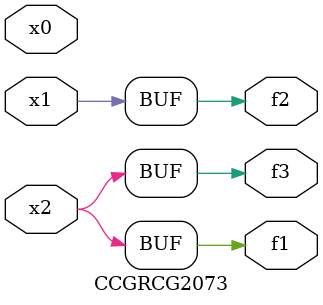
<source format=v>
module CCGRCG2073(
	input x0, x1, x2,
	output f1, f2, f3
);
	assign f1 = x2;
	assign f2 = x1;
	assign f3 = x2;
endmodule

</source>
